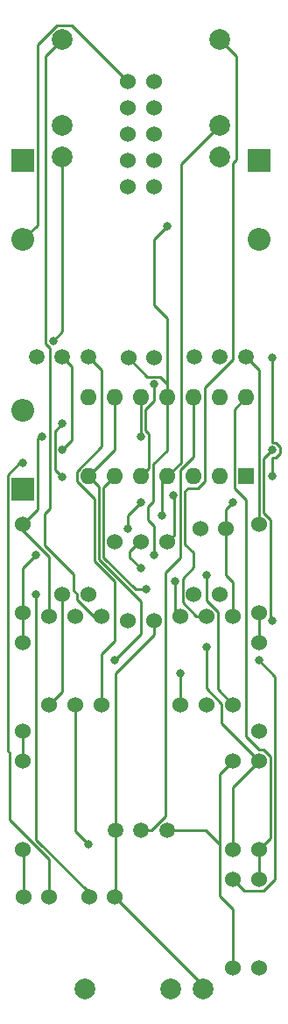
<source format=gbr>
%TF.GenerationSoftware,KiCad,Pcbnew,(6.0.2)*%
%TF.CreationDate,2022-09-19T13:12:03+01:00*%
%TF.ProjectId,comparator,636f6d70-6172-4617-946f-722e6b696361,rev?*%
%TF.SameCoordinates,Original*%
%TF.FileFunction,Copper,L1,Top*%
%TF.FilePolarity,Positive*%
%FSLAX46Y46*%
G04 Gerber Fmt 4.6, Leading zero omitted, Abs format (unit mm)*
G04 Created by KiCad (PCBNEW (6.0.2)) date 2022-09-19 13:12:03*
%MOMM*%
%LPD*%
G01*
G04 APERTURE LIST*
%TA.AperFunction,ComponentPad*%
%ADD10C,2.000000*%
%TD*%
%TA.AperFunction,ComponentPad*%
%ADD11C,1.524000*%
%TD*%
%TA.AperFunction,ComponentPad*%
%ADD12C,1.500000*%
%TD*%
%TA.AperFunction,ComponentPad*%
%ADD13O,2.200000X2.200000*%
%TD*%
%TA.AperFunction,ComponentPad*%
%ADD14R,2.200000X2.200000*%
%TD*%
%TA.AperFunction,ComponentPad*%
%ADD15R,1.600000X1.600000*%
%TD*%
%TA.AperFunction,ComponentPad*%
%ADD16O,1.600000X1.600000*%
%TD*%
%TA.AperFunction,ViaPad*%
%ADD17C,0.800000*%
%TD*%
%TA.AperFunction,Conductor*%
%ADD18C,0.250000*%
%TD*%
G04 APERTURE END LIST*
D10*
%TO.P,J1,1,E*%
%TO.N,Earth*%
X7620000Y-13620000D03*
%TO.P,J1,2,TN*%
%TO.N,+12V*%
X7620000Y-10520000D03*
%TO.P,J1,3,T*%
%TO.N,Net-(J1-Pad3)*%
X7620000Y-2220000D03*
%TD*%
D11*
%TO.P,SW1,1,A*%
%TO.N,Net-(D3-Pad2)*%
X12700000Y-50800000D03*
%TO.P,SW1,2,B*%
%TO.N,Net-(R15-Pad1)*%
X15240000Y-50800000D03*
%TO.P,SW1,3,C*%
%TO.N,Net-(D3-Pad1)*%
X17780000Y-50800000D03*
%TD*%
%TO.P,LED3,1,KA*%
%TO.N,Net-(LED3-Pad1)*%
X20340000Y-55880000D03*
%TO.P,LED3,2,AK*%
%TO.N,Earth*%
X22840000Y-55880000D03*
%TD*%
%TO.P,LED1,1,KA*%
%TO.N,Net-(LED1-Pad1)*%
X13990000Y-58420000D03*
%TO.P,LED1,2,AK*%
%TO.N,Earth*%
X16490000Y-58420000D03*
%TD*%
D10*
%TO.P,J2,1,E*%
%TO.N,Earth*%
X22860000Y-13620000D03*
%TO.P,J2,2,TN*%
%TO.N,+12V*%
X22860000Y-10520000D03*
%TO.P,J2,3,T*%
%TO.N,Net-(J2-Pad3)*%
X22860000Y-2220000D03*
%TD*%
D12*
%TO.P,P2,1,1*%
%TO.N,Earth*%
X20360000Y-32900000D03*
%TO.P,P2,2,2*%
%TO.N,Net-(P2-Pad2)*%
X22860000Y-32900000D03*
%TO.P,P2,3,3*%
%TO.N,Net-(P2-Pad3)*%
X25360000Y-32900000D03*
%TD*%
D11*
%TO.P,LED2,1,KA*%
%TO.N,Net-(LED2-Pad1)*%
X7620000Y-55880000D03*
%TO.P,LED2,2,AK*%
%TO.N,Earth*%
X10120000Y-55880000D03*
%TD*%
D10*
%TO.P,J4,1,E*%
%TO.N,Earth*%
X21240000Y-93980000D03*
%TO.P,J4,2,TN*%
%TO.N,unconnected-(J4-Pad2)*%
X18140000Y-93980000D03*
%TO.P,J4,3,T*%
%TO.N,Net-(J4-Pad3)*%
X9840000Y-93980000D03*
%TD*%
D12*
%TO.P,P1,1,1*%
%TO.N,Earth*%
X5120000Y-32900000D03*
%TO.P,P1,2,2*%
%TO.N,Net-(P1-Pad2)*%
X7620000Y-32900000D03*
%TO.P,P1,3,3*%
%TO.N,Net-(P1-Pad3)*%
X10120000Y-32900000D03*
%TD*%
%TO.P,P3,1,1*%
%TO.N,Earth*%
X12740000Y-78620000D03*
%TO.P,P3,2,2*%
%TO.N,Net-(P3-Pad2)*%
X15240000Y-78620000D03*
%TO.P,P3,3,3*%
%TO.N,Net-(P3-Pad3)*%
X17740000Y-78620000D03*
%TD*%
D11*
%TO.P,C1,1*%
%TO.N,+12V*%
X6350000Y-85090000D03*
%TO.P,C1,2*%
%TO.N,Earth*%
X3850000Y-85090000D03*
%TD*%
%TO.P,R11,1*%
%TO.N,Earth*%
X3810000Y-80450000D03*
%TO.P,R11,2*%
%TO.N,Net-(P1-Pad3)*%
X3810000Y-71950000D03*
%TD*%
%TO.P,R10,1*%
%TO.N,Net-(J2-Pad3)*%
X21590000Y-57980000D03*
%TO.P,R10,2*%
%TO.N,Net-(P2-Pad3)*%
X21590000Y-66480000D03*
%TD*%
%TO.P,R12,1*%
%TO.N,Earth*%
X24130000Y-57980000D03*
%TO.P,R12,2*%
%TO.N,Net-(P2-Pad3)*%
X24130000Y-66480000D03*
%TD*%
%TO.P,C4,1*%
%TO.N,Earth*%
X16510000Y-33020000D03*
%TO.P,C4,2*%
%TO.N,-12V*%
X14010000Y-33020000D03*
%TD*%
%TO.P,R8,1*%
%TO.N,Net-(R6-Pad2)*%
X26670000Y-83380000D03*
%TO.P,R8,2*%
%TO.N,Net-(J4-Pad3)*%
X26670000Y-91880000D03*
%TD*%
%TO.P,C3,1*%
%TO.N,+12V*%
X20975000Y-49530000D03*
%TO.P,C3,2*%
%TO.N,Earth*%
X23475000Y-49530000D03*
%TD*%
%TO.P,R6,1*%
%TO.N,Net-(R5-Pad2)*%
X26670000Y-71950000D03*
%TO.P,R6,2*%
%TO.N,Net-(R6-Pad2)*%
X26670000Y-80450000D03*
%TD*%
D13*
%TO.P,D3,1,A*%
%TO.N,Net-(D3-Pad1)*%
X3810000Y-38100000D03*
D14*
%TO.P,D3,2,K*%
%TO.N,Net-(D3-Pad2)*%
X3810000Y-45720000D03*
%TD*%
D11*
%TO.P,R3,1*%
%TO.N,Net-(R1-Pad2)*%
X3810000Y-57590000D03*
%TO.P,R3,2*%
%TO.N,Net-(R13-Pad2)*%
X3810000Y-49090000D03*
%TD*%
%TO.P,R4,1*%
%TO.N,Net-(R2-Pad2)*%
X26670000Y-60520000D03*
%TO.P,R4,2*%
%TO.N,Net-(R14-Pad2)*%
X26670000Y-69020000D03*
%TD*%
%TO.P,R9,1*%
%TO.N,Net-(J1-Pad3)*%
X11430000Y-57980000D03*
%TO.P,R9,2*%
%TO.N,Net-(P1-Pad3)*%
X11430000Y-66480000D03*
%TD*%
%TO.P,R5,1*%
%TO.N,Net-(P3-Pad3)*%
X24130000Y-71950000D03*
%TO.P,R5,2*%
%TO.N,Net-(R5-Pad2)*%
X24130000Y-80450000D03*
%TD*%
%TO.P,R2,1*%
%TO.N,Net-(P2-Pad3)*%
X26670000Y-49090000D03*
%TO.P,R2,2*%
%TO.N,Net-(R2-Pad2)*%
X26670000Y-57590000D03*
%TD*%
%TO.P,R14,1*%
%TO.N,Net-(LED3-Pad1)*%
X19050000Y-57980000D03*
%TO.P,R14,2*%
%TO.N,Net-(R14-Pad2)*%
X19050000Y-66480000D03*
%TD*%
%TO.P,J3,1,Pin_1*%
%TO.N,Net-(D2-Pad2)*%
X13970000Y-16510000D03*
%TO.P,J3,2,Pin_2*%
X16510000Y-16510000D03*
%TO.P,J3,3,Pin_3*%
%TO.N,Net-(J3-Pad3)*%
X13970000Y-13970000D03*
%TO.P,J3,4,Pin_4*%
X16510000Y-13970000D03*
%TO.P,J3,5,Pin_5*%
%TO.N,Earth*%
X13970000Y-11430000D03*
%TO.P,J3,6,Pin_6*%
X16510000Y-11430000D03*
%TO.P,J3,7,Pin_7*%
%TO.N,Net-(J3-Pad7)*%
X13970000Y-8890000D03*
%TO.P,J3,8,Pin_8*%
X16510000Y-8890000D03*
%TO.P,J3,9,Pin_9*%
%TO.N,Net-(D1-Pad1)*%
X13970000Y-6350000D03*
%TO.P,J3,10,Pin_10*%
X16510000Y-6350000D03*
%TD*%
%TO.P,R1,1*%
%TO.N,Net-(P1-Pad3)*%
X3810000Y-69020000D03*
%TO.P,R1,2*%
%TO.N,Net-(R1-Pad2)*%
X3810000Y-60520000D03*
%TD*%
D13*
%TO.P,D1,1,A*%
%TO.N,Net-(D1-Pad1)*%
X3810000Y-21590000D03*
D14*
%TO.P,D1,2,K*%
%TO.N,+12V*%
X3810000Y-13970000D03*
%TD*%
D11*
%TO.P,C2,1*%
%TO.N,Earth*%
X12700000Y-85090000D03*
%TO.P,C2,2*%
%TO.N,-12V*%
X10200000Y-85090000D03*
%TD*%
%TO.P,R15,1*%
%TO.N,Net-(R15-Pad1)*%
X8890000Y-57980000D03*
%TO.P,R15,2*%
%TO.N,Net-(P3-Pad3)*%
X8890000Y-66480000D03*
%TD*%
D15*
%TO.P,U1,1*%
%TO.N,Net-(R13-Pad2)*%
X25380000Y-44440000D03*
D16*
%TO.P,U1,2,-*%
%TO.N,Net-(R1-Pad2)*%
X22840000Y-44440000D03*
%TO.P,U1,3,+*%
%TO.N,Net-(P1-Pad2)*%
X20300000Y-44440000D03*
%TO.P,U1,4,V+*%
%TO.N,+12V*%
X17760000Y-44440000D03*
%TO.P,U1,5,+*%
%TO.N,Net-(P2-Pad2)*%
X15220000Y-44440000D03*
%TO.P,U1,6,-*%
%TO.N,Net-(R2-Pad2)*%
X12680000Y-44440000D03*
%TO.P,U1,7*%
%TO.N,Net-(R14-Pad2)*%
X10140000Y-44440000D03*
%TO.P,U1,8*%
%TO.N,Net-(D3-Pad1)*%
X10140000Y-36820000D03*
%TO.P,U1,9,-*%
%TO.N,Net-(R14-Pad2)*%
X12680000Y-36820000D03*
%TO.P,U1,10,+*%
%TO.N,Net-(R13-Pad2)*%
X15220000Y-36820000D03*
%TO.P,U1,11,V-*%
%TO.N,-12V*%
X17760000Y-36820000D03*
%TO.P,U1,12,+*%
%TO.N,Net-(P3-Pad2)*%
X20300000Y-36820000D03*
%TO.P,U1,13,-*%
%TO.N,Net-(R5-Pad2)*%
X22840000Y-36820000D03*
%TO.P,U1,14*%
%TO.N,Net-(R6-Pad2)*%
X25380000Y-36820000D03*
%TD*%
D13*
%TO.P,D2,1,A*%
%TO.N,-12V*%
X26670000Y-21590000D03*
D14*
%TO.P,D2,2,K*%
%TO.N,Net-(D2-Pad2)*%
X26670000Y-13970000D03*
%TD*%
D11*
%TO.P,R13,1*%
%TO.N,Net-(LED2-Pad1)*%
X6350000Y-66480000D03*
%TO.P,R13,2*%
%TO.N,Net-(R13-Pad2)*%
X6350000Y-57980000D03*
%TD*%
%TO.P,R7,1*%
%TO.N,Net-(LED1-Pad1)*%
X24130000Y-83380000D03*
%TO.P,R7,2*%
%TO.N,Net-(P3-Pad3)*%
X24130000Y-91880000D03*
%TD*%
D17*
%TO.N,+12V*%
X3810000Y-43180000D03*
X17234500Y-48260000D03*
%TO.N,Earth*%
X6738224Y-31367625D03*
X24130000Y-46990000D03*
X27940000Y-33020000D03*
X27940000Y-44450000D03*
%TO.N,-12V*%
X5080000Y-55880000D03*
X17780000Y-20320000D03*
X16510000Y-52070000D03*
%TO.N,Net-(D3-Pad1)*%
X7577551Y-44492449D03*
X18325500Y-46265500D03*
X7620000Y-39370000D03*
%TO.N,Net-(P1-Pad2)*%
X7620000Y-41910000D03*
%TO.N,Net-(P2-Pad2)*%
X16510000Y-35560000D03*
%TO.N,Net-(R1-Pad2)*%
X13970000Y-49530000D03*
X15240000Y-46990000D03*
X5080000Y-52070000D03*
%TO.N,Net-(R2-Pad2)*%
X15742299Y-55377701D03*
%TO.N,Net-(LED1-Pad1)*%
X26670000Y-62230000D03*
%TO.N,Net-(R13-Pad2)*%
X5625500Y-40640000D03*
X15240000Y-40640000D03*
%TO.N,Net-(R5-Pad2)*%
X27940000Y-41910000D03*
X21590000Y-60960000D03*
X27940000Y-58420000D03*
%TO.N,Net-(R14-Pad2)*%
X12700000Y-62230000D03*
X19050000Y-63500000D03*
%TO.N,Net-(R15-Pad1)*%
X15240000Y-53340000D03*
%TO.N,Net-(LED3-Pad1)*%
X18528989Y-54610000D03*
%TO.N,Net-(P2-Pad3)*%
X21590000Y-53975000D03*
%TO.N,Net-(P3-Pad3)*%
X10160000Y-80010000D03*
%TD*%
D18*
%TO.N,+12V*%
X2540000Y-71120000D02*
X2385489Y-70965489D01*
X2385489Y-44295489D02*
X3500978Y-43180000D01*
X17234500Y-48260000D02*
X17234500Y-44965500D01*
X19085020Y-43114980D02*
X17760000Y-44440000D01*
X22860000Y-10520000D02*
X19085020Y-14294980D01*
X2385489Y-70965489D02*
X2385489Y-44295489D01*
X19085020Y-14294980D02*
X19085020Y-43114980D01*
X2540000Y-77643440D02*
X2540000Y-71120000D01*
X6350000Y-81453440D02*
X2540000Y-77643440D01*
X3500978Y-43180000D02*
X3810000Y-43180000D01*
X17234500Y-44965500D02*
X17760000Y-44440000D01*
X6350000Y-85090000D02*
X6350000Y-81453440D01*
%TO.N,Earth*%
X27940000Y-41185489D02*
X27940000Y-33020000D01*
X7620000Y-13620000D02*
X7620000Y-30485849D01*
X28664511Y-41609897D02*
X28240103Y-41185489D01*
X21240000Y-93980000D02*
X21240000Y-93630000D01*
X16490000Y-59710000D02*
X16490000Y-58420000D01*
X7620000Y-30485849D02*
X6738224Y-31367625D01*
X24130000Y-54630000D02*
X24130000Y-57980000D01*
X12740000Y-63460000D02*
X16490000Y-59710000D01*
X27940000Y-42634511D02*
X28240103Y-42634511D01*
X23475000Y-49530000D02*
X23475000Y-47645000D01*
X27940000Y-44450000D02*
X27940000Y-42634511D01*
X12740000Y-85050000D02*
X12740000Y-63460000D01*
X28240103Y-42634511D02*
X28664511Y-42210103D01*
X28664511Y-42210103D02*
X28664511Y-41609897D01*
X21240000Y-93630000D02*
X12700000Y-85090000D01*
X3850000Y-80490000D02*
X3810000Y-80450000D01*
X23475000Y-47645000D02*
X24130000Y-46990000D01*
X28240103Y-41185489D02*
X27940000Y-41185489D01*
X23475000Y-49530000D02*
X23475000Y-53975000D01*
X3850000Y-85090000D02*
X3850000Y-80490000D01*
X23475000Y-53975000D02*
X24130000Y-54630000D01*
X12700000Y-85090000D02*
X12740000Y-85050000D01*
%TO.N,-12V*%
X10200000Y-84667722D02*
X10200000Y-85090000D01*
X17760000Y-29190000D02*
X16510000Y-27940000D01*
X16414031Y-46840583D02*
X16414031Y-43275969D01*
X16510000Y-21590000D02*
X17780000Y-20320000D01*
X16510000Y-49263440D02*
X15875000Y-48628440D01*
X5080000Y-79547722D02*
X10200000Y-84667722D01*
X17055489Y-34835489D02*
X17780000Y-35560000D01*
X16510000Y-52070000D02*
X16510000Y-49263440D01*
X16414031Y-43275969D02*
X17760000Y-41930000D01*
X5080000Y-55880000D02*
X5080000Y-79547722D01*
X16510000Y-27940000D02*
X16510000Y-21590000D01*
X17760000Y-41930000D02*
X17760000Y-36820000D01*
X15875000Y-48628440D02*
X15875000Y-47379614D01*
X15825489Y-34835489D02*
X17055489Y-34835489D01*
X17760000Y-36820000D02*
X17760000Y-29190000D01*
X14010000Y-33020000D02*
X15825489Y-34835489D01*
X15875000Y-47379614D02*
X16414031Y-46840583D01*
%TO.N,Net-(D1-Pad1)*%
X8515489Y-895489D02*
X13970000Y-6350000D01*
X7071368Y-895489D02*
X8515489Y-895489D01*
X5234511Y-2732346D02*
X7071368Y-895489D01*
X5234511Y-20165489D02*
X5234511Y-2732346D01*
X3810000Y-21590000D02*
X5234511Y-20165489D01*
%TO.N,Net-(D3-Pad1)*%
X7577551Y-44492449D02*
X6895489Y-43810387D01*
X18325500Y-46265500D02*
X18415000Y-46355000D01*
X6895489Y-40094511D02*
X7620000Y-39370000D01*
X18415000Y-50165000D02*
X17780000Y-50800000D01*
X6895489Y-43810387D02*
X6895489Y-40094511D01*
X18415000Y-46355000D02*
X18415000Y-50165000D01*
%TO.N,Net-(J1-Pad3)*%
X6445969Y-47529031D02*
X5918489Y-48056511D01*
X5918489Y-48056511D02*
X5918489Y-51100271D01*
X5994980Y-3845020D02*
X5994980Y-31648980D01*
X10683440Y-57980000D02*
X11430000Y-57980000D01*
X8706511Y-55476511D02*
X9033489Y-55803489D01*
X9033489Y-55803489D02*
X9033489Y-56330049D01*
X5994980Y-31648980D02*
X6445969Y-32099969D01*
X9033489Y-56330049D02*
X10683440Y-57980000D01*
X7620000Y-2220000D02*
X5994980Y-3845020D01*
X6445969Y-32099969D02*
X6445969Y-47529031D01*
X5918489Y-51100271D02*
X8706511Y-53888293D01*
X8706511Y-53888293D02*
X8706511Y-55476511D01*
%TO.N,Net-(J2-Pad3)*%
X20586560Y-57980000D02*
X21590000Y-57980000D01*
X20320000Y-53243397D02*
X19253500Y-54309897D01*
X19834211Y-45564511D02*
X19499520Y-45899202D01*
X20320000Y-51806678D02*
X20320000Y-53243397D01*
X19499520Y-50986198D02*
X20320000Y-51806678D01*
X24485020Y-13868123D02*
X24130000Y-14223143D01*
X21434511Y-44895789D02*
X20765789Y-45564511D01*
X20765789Y-45564511D02*
X19834211Y-45564511D01*
X24485020Y-3845020D02*
X24485020Y-13868123D01*
X24130000Y-33149589D02*
X21434511Y-35845078D01*
X19253500Y-54309897D02*
X19253500Y-56646940D01*
X21434511Y-35845078D02*
X21434511Y-44895789D01*
X19253500Y-56646940D02*
X20586560Y-57980000D01*
X22860000Y-2220000D02*
X24485020Y-3845020D01*
X19499520Y-45899202D02*
X19499520Y-50986198D01*
X24130000Y-14223143D02*
X24130000Y-33149589D01*
%TO.N,Net-(P1-Pad2)*%
X7620000Y-41910000D02*
X8565969Y-40964031D01*
X8565969Y-40964031D02*
X8565969Y-33845969D01*
X8565969Y-33845969D02*
X7620000Y-32900000D01*
%TO.N,Net-(P2-Pad2)*%
X15964511Y-43695489D02*
X15964511Y-40339897D01*
X16510000Y-37120300D02*
X16510000Y-35560000D01*
X15964511Y-40339897D02*
X15669520Y-40044906D01*
X15669520Y-37960780D02*
X16510000Y-37120300D01*
X15669520Y-40044906D02*
X15669520Y-37960780D01*
X15220000Y-44440000D02*
X15964511Y-43695489D01*
%TO.N,Net-(P3-Pad2)*%
X15240000Y-78620000D02*
X16220411Y-78620000D01*
X17576511Y-53746978D02*
X19050000Y-52273489D01*
X19050000Y-52273489D02*
X19050000Y-43785718D01*
X17576511Y-77263900D02*
X17576511Y-53746978D01*
X16220411Y-78620000D02*
X17576511Y-77263900D01*
X20300000Y-42535718D02*
X20300000Y-36820000D01*
X19050000Y-43785718D02*
X20300000Y-42535718D01*
%TO.N,Net-(R1-Pad2)*%
X13970000Y-49530000D02*
X13970000Y-48260000D01*
X13970000Y-48260000D02*
X15240000Y-46990000D01*
X3810000Y-57590000D02*
X3810000Y-60520000D01*
X3810000Y-53340000D02*
X5080000Y-52070000D01*
X3810000Y-57590000D02*
X3810000Y-53340000D01*
%TO.N,Net-(R2-Pad2)*%
X11613489Y-45506511D02*
X11613489Y-52252053D01*
X14739137Y-55377701D02*
X15742299Y-55377701D01*
X26670000Y-57590000D02*
X26670000Y-60520000D01*
X11613489Y-52252053D02*
X14739137Y-55377701D01*
X12680000Y-44440000D02*
X11613489Y-45506511D01*
%TO.N,Net-(LED1-Pad1)*%
X28206031Y-63766031D02*
X26670000Y-62230000D01*
X28206031Y-74930000D02*
X28206031Y-63766031D01*
X25216511Y-84466511D02*
X27120049Y-84466511D01*
X24130000Y-83380000D02*
X25216511Y-84466511D01*
X28206031Y-83380529D02*
X28206031Y-74930000D01*
X27120049Y-84466511D02*
X28206031Y-83380529D01*
%TO.N,Net-(R13-Pad2)*%
X15240000Y-40640000D02*
X15220000Y-40620000D01*
X5234511Y-40794511D02*
X5389022Y-40640000D01*
X6350000Y-52167500D02*
X3810000Y-49627500D01*
X3810000Y-49090000D02*
X5234511Y-47665489D01*
X3810000Y-49627500D02*
X3810000Y-49090000D01*
X6350000Y-57980000D02*
X6350000Y-52167500D01*
X5234511Y-47665489D02*
X5234511Y-40794511D01*
X15220000Y-40620000D02*
X15220000Y-36820000D01*
X5389022Y-40640000D02*
X5625500Y-40640000D01*
%TO.N,Net-(R5-Pad2)*%
X27119520Y-42730480D02*
X27940000Y-41910000D01*
X27756511Y-48639951D02*
X27119520Y-48002960D01*
X23043489Y-68323489D02*
X23043489Y-66396929D01*
X27658280Y-58138280D02*
X27756511Y-58040049D01*
X21590000Y-64943440D02*
X21590000Y-60960000D01*
X27119520Y-48002960D02*
X27119520Y-42730480D01*
X24130000Y-74490000D02*
X26670000Y-71950000D01*
X23043489Y-66396929D02*
X21590000Y-64943440D01*
X24130000Y-80450000D02*
X24130000Y-74490000D01*
X27940000Y-58420000D02*
X27658280Y-58138280D01*
X27756511Y-58040049D02*
X27756511Y-48639951D01*
X26670000Y-71950000D02*
X23043489Y-68323489D01*
%TO.N,Net-(R6-Pad2)*%
X25400000Y-46709022D02*
X25400000Y-69593489D01*
X27120049Y-70863489D02*
X27756511Y-71499951D01*
X27756511Y-71499951D02*
X27756511Y-79363489D01*
X26670000Y-70863489D02*
X27120049Y-70863489D01*
X27756511Y-79363489D02*
X26670000Y-80450000D01*
X24255489Y-45564511D02*
X25400000Y-46709022D01*
X24255489Y-37944511D02*
X24255489Y-45564511D01*
X26670000Y-83380000D02*
X26670000Y-80450000D01*
X25380000Y-36820000D02*
X24255489Y-37944511D01*
X25400000Y-69593489D02*
X26670000Y-70863489D01*
%TO.N,Net-(R14-Pad2)*%
X15240000Y-56514282D02*
X15240000Y-59690000D01*
X15240000Y-59690000D02*
X12700000Y-62230000D01*
X12680000Y-41900000D02*
X10140000Y-44440000D01*
X10140000Y-44440000D02*
X11163969Y-45463969D01*
X11163969Y-52438251D02*
X15240000Y-56514282D01*
X11163969Y-45463969D02*
X11163969Y-52438251D01*
X19050000Y-63500000D02*
X19050000Y-66480000D01*
X12680000Y-36820000D02*
X12680000Y-41900000D01*
%TO.N,Net-(R15-Pad1)*%
X15240000Y-50800000D02*
X15047630Y-50800000D01*
X14155158Y-52255158D02*
X15240000Y-53340000D01*
X15047630Y-50800000D02*
X14155158Y-51692472D01*
X14155158Y-51692472D02*
X14155158Y-52255158D01*
%TO.N,Net-(LED2-Pad1)*%
X7620000Y-65210000D02*
X7620000Y-55880000D01*
X6350000Y-66480000D02*
X7620000Y-65210000D01*
%TO.N,Net-(LED3-Pad1)*%
X18528989Y-57458989D02*
X19050000Y-57980000D01*
X18528989Y-54610000D02*
X18528989Y-57458989D01*
%TO.N,Net-(P1-Pad3)*%
X9015489Y-43974211D02*
X9015489Y-44905789D01*
X12700000Y-54610000D02*
X12700000Y-60304282D01*
X3810000Y-69020000D02*
X3810000Y-71950000D01*
X10714449Y-46604749D02*
X10714449Y-52624449D01*
X10714449Y-52624449D02*
X12700000Y-54610000D01*
X11430000Y-34210000D02*
X11430000Y-41559700D01*
X9015489Y-44905789D02*
X10714449Y-46604749D01*
X10120000Y-32900000D02*
X11430000Y-34210000D01*
X11430000Y-41559700D02*
X9015489Y-43974211D01*
X11430000Y-61574282D02*
X11430000Y-66480000D01*
X12700000Y-60304282D02*
X11430000Y-61574282D01*
%TO.N,Net-(P2-Pad3)*%
X21590000Y-56443440D02*
X22676511Y-57529951D01*
X22676511Y-65026511D02*
X24130000Y-66480000D01*
X26670000Y-34210000D02*
X25360000Y-32900000D01*
X26670000Y-49090000D02*
X26670000Y-34210000D01*
X21590000Y-53975000D02*
X21590000Y-56443440D01*
X22676511Y-57529951D02*
X22676511Y-65026511D01*
%TO.N,Net-(P3-Pad3)*%
X17740000Y-78620000D02*
X21470000Y-78620000D01*
X8890000Y-78740000D02*
X10160000Y-80010000D01*
X22860000Y-85010000D02*
X22860000Y-80010000D01*
X22860000Y-80010000D02*
X22860000Y-73220000D01*
X24130000Y-86280000D02*
X22860000Y-85010000D01*
X8890000Y-66480000D02*
X8890000Y-78740000D01*
X24130000Y-91880000D02*
X24130000Y-86280000D01*
X21470000Y-78620000D02*
X22860000Y-80010000D01*
X22860000Y-73220000D02*
X24130000Y-71950000D01*
%TD*%
M02*

</source>
